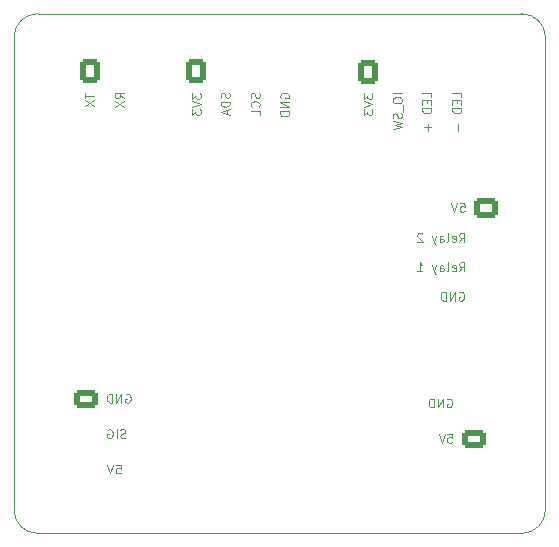
<source format=gbo>
G04 #@! TF.GenerationSoftware,KiCad,Pcbnew,(6.0.7)*
G04 #@! TF.CreationDate,2022-12-11T16:42:55+01:00*
G04 #@! TF.ProjectId,StartStop_PCB,53746172-7453-4746-9f70-5f5043422e6b,rev?*
G04 #@! TF.SameCoordinates,Original*
G04 #@! TF.FileFunction,Legend,Bot*
G04 #@! TF.FilePolarity,Positive*
%FSLAX46Y46*%
G04 Gerber Fmt 4.6, Leading zero omitted, Abs format (unit mm)*
G04 Created by KiCad (PCBNEW (6.0.7)) date 2022-12-11 16:42:55*
%MOMM*%
%LPD*%
G01*
G04 APERTURE LIST*
G04 Aperture macros list*
%AMRoundRect*
0 Rectangle with rounded corners*
0 $1 Rounding radius*
0 $2 $3 $4 $5 $6 $7 $8 $9 X,Y pos of 4 corners*
0 Add a 4 corners polygon primitive as box body*
4,1,4,$2,$3,$4,$5,$6,$7,$8,$9,$2,$3,0*
0 Add four circle primitives for the rounded corners*
1,1,$1+$1,$2,$3*
1,1,$1+$1,$4,$5*
1,1,$1+$1,$6,$7*
1,1,$1+$1,$8,$9*
0 Add four rect primitives between the rounded corners*
20,1,$1+$1,$2,$3,$4,$5,0*
20,1,$1+$1,$4,$5,$6,$7,0*
20,1,$1+$1,$6,$7,$8,$9,0*
20,1,$1+$1,$8,$9,$2,$3,0*%
G04 Aperture macros list end*
G04 #@! TA.AperFunction,Profile*
%ADD10C,0.100000*%
G04 #@! TD*
%ADD11C,0.100000*%
%ADD12RoundRect,0.250000X-0.600000X-0.750000X0.600000X-0.750000X0.600000X0.750000X-0.600000X0.750000X0*%
%ADD13O,1.700000X2.000000*%
%ADD14C,1.270000*%
%ADD15RoundRect,0.250001X-0.759999X0.499999X-0.759999X-0.499999X0.759999X-0.499999X0.759999X0.499999X0*%
%ADD16O,2.020000X1.500000*%
%ADD17RoundRect,0.250000X-0.725000X0.600000X-0.725000X-0.600000X0.725000X-0.600000X0.725000X0.600000X0*%
%ADD18O,1.950000X1.700000*%
%ADD19C,1.955800*%
%ADD20RoundRect,0.250000X-0.600000X-0.725000X0.600000X-0.725000X0.600000X0.725000X-0.600000X0.725000X0*%
%ADD21O,1.700000X1.950000*%
%ADD22C,3.200000*%
%ADD23C,1.650000*%
%ADD24RoundRect,0.250001X0.759999X-0.499999X0.759999X0.499999X-0.759999X0.499999X-0.759999X-0.499999X0*%
G04 APERTURE END LIST*
D10*
X144000000Y-81000000D02*
G75*
G03*
X146000000Y-79000000I0J2000000D01*
G01*
X103000000Y-37000000D02*
G75*
G03*
X101000000Y-39000000I0J-2000000D01*
G01*
X146000000Y-79000000D02*
X146000000Y-39000000D01*
X144000000Y-37000000D02*
X103000000Y-37000000D01*
X101000000Y-39000000D02*
X101000000Y-79000000D01*
X146000000Y-39000000D02*
G75*
G03*
X144000000Y-37000000I-2000000J0D01*
G01*
X101000000Y-79000000D02*
G75*
G03*
X103000000Y-81000000I2000000J0D01*
G01*
X103000000Y-81000000D02*
X144000000Y-81000000D01*
D11*
X107031285Y-43726171D02*
X107031285Y-44154742D01*
X107781285Y-43940457D02*
X107031285Y-43940457D01*
X107031285Y-44333314D02*
X107781285Y-44833314D01*
X107031285Y-44833314D02*
X107781285Y-44333314D01*
X123577000Y-44132571D02*
X123541285Y-44061142D01*
X123541285Y-43954000D01*
X123577000Y-43846857D01*
X123648428Y-43775428D01*
X123719857Y-43739714D01*
X123862714Y-43704000D01*
X123969857Y-43704000D01*
X124112714Y-43739714D01*
X124184142Y-43775428D01*
X124255571Y-43846857D01*
X124291285Y-43954000D01*
X124291285Y-44025428D01*
X124255571Y-44132571D01*
X124219857Y-44168285D01*
X123969857Y-44168285D01*
X123969857Y-44025428D01*
X124291285Y-44489714D02*
X123541285Y-44489714D01*
X124291285Y-44918285D01*
X123541285Y-44918285D01*
X124291285Y-45275428D02*
X123541285Y-45275428D01*
X123541285Y-45454000D01*
X123577000Y-45561142D01*
X123648428Y-45632571D01*
X123719857Y-45668285D01*
X123862714Y-45704000D01*
X123969857Y-45704000D01*
X124112714Y-45668285D01*
X124184142Y-45632571D01*
X124255571Y-45561142D01*
X124291285Y-45454000D01*
X124291285Y-45275428D01*
X130602485Y-43724628D02*
X130602485Y-44188914D01*
X130888200Y-43938914D01*
X130888200Y-44046057D01*
X130923914Y-44117485D01*
X130959628Y-44153200D01*
X131031057Y-44188914D01*
X131209628Y-44188914D01*
X131281057Y-44153200D01*
X131316771Y-44117485D01*
X131352485Y-44046057D01*
X131352485Y-43831771D01*
X131316771Y-43760342D01*
X131281057Y-43724628D01*
X130602485Y-44403200D02*
X131352485Y-44653200D01*
X130602485Y-44903200D01*
X130602485Y-45081771D02*
X130602485Y-45546057D01*
X130888200Y-45296057D01*
X130888200Y-45403200D01*
X130923914Y-45474628D01*
X130959628Y-45510342D01*
X131031057Y-45546057D01*
X131209628Y-45546057D01*
X131281057Y-45510342D01*
X131316771Y-45474628D01*
X131352485Y-45403200D01*
X131352485Y-45188914D01*
X131316771Y-45117485D01*
X131281057Y-45081771D01*
X109667657Y-75179685D02*
X110024800Y-75179685D01*
X110060514Y-75536828D01*
X110024800Y-75501114D01*
X109953371Y-75465400D01*
X109774800Y-75465400D01*
X109703371Y-75501114D01*
X109667657Y-75536828D01*
X109631942Y-75608257D01*
X109631942Y-75786828D01*
X109667657Y-75858257D01*
X109703371Y-75893971D01*
X109774800Y-75929685D01*
X109953371Y-75929685D01*
X110024800Y-75893971D01*
X110060514Y-75858257D01*
X109417657Y-75179685D02*
X109167657Y-75929685D01*
X108917657Y-75179685D01*
X119226371Y-43691685D02*
X119262085Y-43798828D01*
X119262085Y-43977400D01*
X119226371Y-44048828D01*
X119190657Y-44084542D01*
X119119228Y-44120257D01*
X119047800Y-44120257D01*
X118976371Y-44084542D01*
X118940657Y-44048828D01*
X118904942Y-43977400D01*
X118869228Y-43834542D01*
X118833514Y-43763114D01*
X118797800Y-43727400D01*
X118726371Y-43691685D01*
X118654942Y-43691685D01*
X118583514Y-43727400D01*
X118547800Y-43763114D01*
X118512085Y-43834542D01*
X118512085Y-44013114D01*
X118547800Y-44120257D01*
X119262085Y-44441685D02*
X118512085Y-44441685D01*
X118512085Y-44620257D01*
X118547800Y-44727400D01*
X118619228Y-44798828D01*
X118690657Y-44834542D01*
X118833514Y-44870257D01*
X118940657Y-44870257D01*
X119083514Y-44834542D01*
X119154942Y-44798828D01*
X119226371Y-44727400D01*
X119262085Y-44620257D01*
X119262085Y-44441685D01*
X119047800Y-45155971D02*
X119047800Y-45513114D01*
X119262085Y-45084542D02*
X118512085Y-45334542D01*
X119262085Y-45584542D01*
X110321285Y-44172600D02*
X109964142Y-43922600D01*
X110321285Y-43744028D02*
X109571285Y-43744028D01*
X109571285Y-44029742D01*
X109607000Y-44101171D01*
X109642714Y-44136885D01*
X109714142Y-44172600D01*
X109821285Y-44172600D01*
X109892714Y-44136885D01*
X109928428Y-44101171D01*
X109964142Y-44029742D01*
X109964142Y-43744028D01*
X109571285Y-44422600D02*
X110321285Y-44922600D01*
X109571285Y-44922600D02*
X110321285Y-44422600D01*
X138713571Y-56320885D02*
X138963571Y-55963742D01*
X139142142Y-56320885D02*
X139142142Y-55570885D01*
X138856428Y-55570885D01*
X138785000Y-55606600D01*
X138749285Y-55642314D01*
X138713571Y-55713742D01*
X138713571Y-55820885D01*
X138749285Y-55892314D01*
X138785000Y-55928028D01*
X138856428Y-55963742D01*
X139142142Y-55963742D01*
X138106428Y-56285171D02*
X138177857Y-56320885D01*
X138320714Y-56320885D01*
X138392142Y-56285171D01*
X138427857Y-56213742D01*
X138427857Y-55928028D01*
X138392142Y-55856600D01*
X138320714Y-55820885D01*
X138177857Y-55820885D01*
X138106428Y-55856600D01*
X138070714Y-55928028D01*
X138070714Y-55999457D01*
X138427857Y-56070885D01*
X137642142Y-56320885D02*
X137713571Y-56285171D01*
X137749285Y-56213742D01*
X137749285Y-55570885D01*
X137035000Y-56320885D02*
X137035000Y-55928028D01*
X137070714Y-55856600D01*
X137142142Y-55820885D01*
X137285000Y-55820885D01*
X137356428Y-55856600D01*
X137035000Y-56285171D02*
X137106428Y-56320885D01*
X137285000Y-56320885D01*
X137356428Y-56285171D01*
X137392142Y-56213742D01*
X137392142Y-56142314D01*
X137356428Y-56070885D01*
X137285000Y-56035171D01*
X137106428Y-56035171D01*
X137035000Y-55999457D01*
X136749285Y-55820885D02*
X136570714Y-56320885D01*
X136392142Y-55820885D02*
X136570714Y-56320885D01*
X136642142Y-56499457D01*
X136677857Y-56535171D01*
X136749285Y-56570885D01*
X135570714Y-55642314D02*
X135535000Y-55606600D01*
X135463571Y-55570885D01*
X135285000Y-55570885D01*
X135213571Y-55606600D01*
X135177857Y-55642314D01*
X135142142Y-55713742D01*
X135142142Y-55785171D01*
X135177857Y-55892314D01*
X135606428Y-56320885D01*
X135142142Y-56320885D01*
X110451828Y-69221000D02*
X110523257Y-69185285D01*
X110630400Y-69185285D01*
X110737542Y-69221000D01*
X110808971Y-69292428D01*
X110844685Y-69363857D01*
X110880400Y-69506714D01*
X110880400Y-69613857D01*
X110844685Y-69756714D01*
X110808971Y-69828142D01*
X110737542Y-69899571D01*
X110630400Y-69935285D01*
X110558971Y-69935285D01*
X110451828Y-69899571D01*
X110416114Y-69863857D01*
X110416114Y-69613857D01*
X110558971Y-69613857D01*
X110094685Y-69935285D02*
X110094685Y-69185285D01*
X109666114Y-69935285D01*
X109666114Y-69185285D01*
X109308971Y-69935285D02*
X109308971Y-69185285D01*
X109130400Y-69185285D01*
X109023257Y-69221000D01*
X108951828Y-69292428D01*
X108916114Y-69363857D01*
X108880400Y-69506714D01*
X108880400Y-69613857D01*
X108916114Y-69756714D01*
X108951828Y-69828142D01*
X109023257Y-69899571D01*
X109130400Y-69935285D01*
X109308971Y-69935285D01*
X133841685Y-43747714D02*
X133091685Y-43747714D01*
X133091685Y-44247714D02*
X133091685Y-44390571D01*
X133127400Y-44462000D01*
X133198828Y-44533428D01*
X133341685Y-44569142D01*
X133591685Y-44569142D01*
X133734542Y-44533428D01*
X133805971Y-44462000D01*
X133841685Y-44390571D01*
X133841685Y-44247714D01*
X133805971Y-44176285D01*
X133734542Y-44104857D01*
X133591685Y-44069142D01*
X133341685Y-44069142D01*
X133198828Y-44104857D01*
X133127400Y-44176285D01*
X133091685Y-44247714D01*
X133913114Y-44712000D02*
X133913114Y-45283428D01*
X133805971Y-45426285D02*
X133841685Y-45533428D01*
X133841685Y-45712000D01*
X133805971Y-45783428D01*
X133770257Y-45819142D01*
X133698828Y-45854857D01*
X133627400Y-45854857D01*
X133555971Y-45819142D01*
X133520257Y-45783428D01*
X133484542Y-45712000D01*
X133448828Y-45569142D01*
X133413114Y-45497714D01*
X133377400Y-45462000D01*
X133305971Y-45426285D01*
X133234542Y-45426285D01*
X133163114Y-45462000D01*
X133127400Y-45497714D01*
X133091685Y-45569142D01*
X133091685Y-45747714D01*
X133127400Y-45854857D01*
X133091685Y-46104857D02*
X133841685Y-46283428D01*
X133305971Y-46426285D01*
X133841685Y-46569142D01*
X133091685Y-46747714D01*
X116073685Y-43724628D02*
X116073685Y-44188914D01*
X116359400Y-43938914D01*
X116359400Y-44046057D01*
X116395114Y-44117485D01*
X116430828Y-44153200D01*
X116502257Y-44188914D01*
X116680828Y-44188914D01*
X116752257Y-44153200D01*
X116787971Y-44117485D01*
X116823685Y-44046057D01*
X116823685Y-43831771D01*
X116787971Y-43760342D01*
X116752257Y-43724628D01*
X116073685Y-44403200D02*
X116823685Y-44653200D01*
X116073685Y-44903200D01*
X116073685Y-45081771D02*
X116073685Y-45546057D01*
X116359400Y-45296057D01*
X116359400Y-45403200D01*
X116395114Y-45474628D01*
X116430828Y-45510342D01*
X116502257Y-45546057D01*
X116680828Y-45546057D01*
X116752257Y-45510342D01*
X116787971Y-45474628D01*
X116823685Y-45403200D01*
X116823685Y-45188914D01*
X116787971Y-45117485D01*
X116752257Y-45081771D01*
X138870885Y-44081457D02*
X138870885Y-43724314D01*
X138120885Y-43724314D01*
X138478028Y-44331457D02*
X138478028Y-44581457D01*
X138870885Y-44688600D02*
X138870885Y-44331457D01*
X138120885Y-44331457D01*
X138120885Y-44688600D01*
X138870885Y-45010028D02*
X138120885Y-45010028D01*
X138120885Y-45188600D01*
X138156600Y-45295742D01*
X138228028Y-45367171D01*
X138299457Y-45402885D01*
X138442314Y-45438600D01*
X138549457Y-45438600D01*
X138692314Y-45402885D01*
X138763742Y-45367171D01*
X138835171Y-45295742D01*
X138870885Y-45188600D01*
X138870885Y-45010028D01*
X138585171Y-46331457D02*
X138585171Y-46902885D01*
X136330885Y-44081457D02*
X136330885Y-43724314D01*
X135580885Y-43724314D01*
X135938028Y-44331457D02*
X135938028Y-44581457D01*
X136330885Y-44688600D02*
X136330885Y-44331457D01*
X135580885Y-44331457D01*
X135580885Y-44688600D01*
X136330885Y-45010028D02*
X135580885Y-45010028D01*
X135580885Y-45188600D01*
X135616600Y-45295742D01*
X135688028Y-45367171D01*
X135759457Y-45402885D01*
X135902314Y-45438600D01*
X136009457Y-45438600D01*
X136152314Y-45402885D01*
X136223742Y-45367171D01*
X136295171Y-45295742D01*
X136330885Y-45188600D01*
X136330885Y-45010028D01*
X136045171Y-46331457D02*
X136045171Y-46902885D01*
X136330885Y-46617171D02*
X135759457Y-46617171D01*
X137680628Y-69627400D02*
X137752057Y-69591685D01*
X137859200Y-69591685D01*
X137966342Y-69627400D01*
X138037771Y-69698828D01*
X138073485Y-69770257D01*
X138109200Y-69913114D01*
X138109200Y-70020257D01*
X138073485Y-70163114D01*
X138037771Y-70234542D01*
X137966342Y-70305971D01*
X137859200Y-70341685D01*
X137787771Y-70341685D01*
X137680628Y-70305971D01*
X137644914Y-70270257D01*
X137644914Y-70020257D01*
X137787771Y-70020257D01*
X137323485Y-70341685D02*
X137323485Y-69591685D01*
X136894914Y-70341685D01*
X136894914Y-69591685D01*
X136537771Y-70341685D02*
X136537771Y-69591685D01*
X136359200Y-69591685D01*
X136252057Y-69627400D01*
X136180628Y-69698828D01*
X136144914Y-69770257D01*
X136109200Y-69913114D01*
X136109200Y-70020257D01*
X136144914Y-70163114D01*
X136180628Y-70234542D01*
X136252057Y-70305971D01*
X136359200Y-70341685D01*
X136537771Y-70341685D01*
X138713571Y-58810085D02*
X138963571Y-58452942D01*
X139142142Y-58810085D02*
X139142142Y-58060085D01*
X138856428Y-58060085D01*
X138785000Y-58095800D01*
X138749285Y-58131514D01*
X138713571Y-58202942D01*
X138713571Y-58310085D01*
X138749285Y-58381514D01*
X138785000Y-58417228D01*
X138856428Y-58452942D01*
X139142142Y-58452942D01*
X138106428Y-58774371D02*
X138177857Y-58810085D01*
X138320714Y-58810085D01*
X138392142Y-58774371D01*
X138427857Y-58702942D01*
X138427857Y-58417228D01*
X138392142Y-58345800D01*
X138320714Y-58310085D01*
X138177857Y-58310085D01*
X138106428Y-58345800D01*
X138070714Y-58417228D01*
X138070714Y-58488657D01*
X138427857Y-58560085D01*
X137642142Y-58810085D02*
X137713571Y-58774371D01*
X137749285Y-58702942D01*
X137749285Y-58060085D01*
X137035000Y-58810085D02*
X137035000Y-58417228D01*
X137070714Y-58345800D01*
X137142142Y-58310085D01*
X137285000Y-58310085D01*
X137356428Y-58345800D01*
X137035000Y-58774371D02*
X137106428Y-58810085D01*
X137285000Y-58810085D01*
X137356428Y-58774371D01*
X137392142Y-58702942D01*
X137392142Y-58631514D01*
X137356428Y-58560085D01*
X137285000Y-58524371D01*
X137106428Y-58524371D01*
X137035000Y-58488657D01*
X136749285Y-58310085D02*
X136570714Y-58810085D01*
X136392142Y-58310085D02*
X136570714Y-58810085D01*
X136642142Y-58988657D01*
X136677857Y-59024371D01*
X136749285Y-59060085D01*
X135142142Y-58810085D02*
X135570714Y-58810085D01*
X135356428Y-58810085D02*
X135356428Y-58060085D01*
X135427857Y-58167228D01*
X135499285Y-58238657D01*
X135570714Y-58274371D01*
X138696628Y-60585000D02*
X138768057Y-60549285D01*
X138875200Y-60549285D01*
X138982342Y-60585000D01*
X139053771Y-60656428D01*
X139089485Y-60727857D01*
X139125200Y-60870714D01*
X139125200Y-60977857D01*
X139089485Y-61120714D01*
X139053771Y-61192142D01*
X138982342Y-61263571D01*
X138875200Y-61299285D01*
X138803771Y-61299285D01*
X138696628Y-61263571D01*
X138660914Y-61227857D01*
X138660914Y-60977857D01*
X138803771Y-60977857D01*
X138339485Y-61299285D02*
X138339485Y-60549285D01*
X137910914Y-61299285D01*
X137910914Y-60549285D01*
X137553771Y-61299285D02*
X137553771Y-60549285D01*
X137375200Y-60549285D01*
X137268057Y-60585000D01*
X137196628Y-60656428D01*
X137160914Y-60727857D01*
X137125200Y-60870714D01*
X137125200Y-60977857D01*
X137160914Y-61120714D01*
X137196628Y-61192142D01*
X137268057Y-61263571D01*
X137375200Y-61299285D01*
X137553771Y-61299285D01*
X138776057Y-53030885D02*
X139133200Y-53030885D01*
X139168914Y-53388028D01*
X139133200Y-53352314D01*
X139061771Y-53316600D01*
X138883200Y-53316600D01*
X138811771Y-53352314D01*
X138776057Y-53388028D01*
X138740342Y-53459457D01*
X138740342Y-53638028D01*
X138776057Y-53709457D01*
X138811771Y-53745171D01*
X138883200Y-53780885D01*
X139061771Y-53780885D01*
X139133200Y-53745171D01*
X139168914Y-53709457D01*
X138526057Y-53030885D02*
X138276057Y-53780885D01*
X138026057Y-53030885D01*
X110445057Y-72896771D02*
X110337914Y-72932485D01*
X110159342Y-72932485D01*
X110087914Y-72896771D01*
X110052200Y-72861057D01*
X110016485Y-72789628D01*
X110016485Y-72718200D01*
X110052200Y-72646771D01*
X110087914Y-72611057D01*
X110159342Y-72575342D01*
X110302200Y-72539628D01*
X110373628Y-72503914D01*
X110409342Y-72468200D01*
X110445057Y-72396771D01*
X110445057Y-72325342D01*
X110409342Y-72253914D01*
X110373628Y-72218200D01*
X110302200Y-72182485D01*
X110123628Y-72182485D01*
X110016485Y-72218200D01*
X109695057Y-72932485D02*
X109695057Y-72182485D01*
X108945057Y-72218200D02*
X109016485Y-72182485D01*
X109123628Y-72182485D01*
X109230771Y-72218200D01*
X109302200Y-72289628D01*
X109337914Y-72361057D01*
X109373628Y-72503914D01*
X109373628Y-72611057D01*
X109337914Y-72753914D01*
X109302200Y-72825342D01*
X109230771Y-72896771D01*
X109123628Y-72932485D01*
X109052200Y-72932485D01*
X108945057Y-72896771D01*
X108909342Y-72861057D01*
X108909342Y-72611057D01*
X109052200Y-72611057D01*
X121766371Y-43709542D02*
X121802085Y-43816685D01*
X121802085Y-43995257D01*
X121766371Y-44066685D01*
X121730657Y-44102400D01*
X121659228Y-44138114D01*
X121587800Y-44138114D01*
X121516371Y-44102400D01*
X121480657Y-44066685D01*
X121444942Y-43995257D01*
X121409228Y-43852400D01*
X121373514Y-43780971D01*
X121337800Y-43745257D01*
X121266371Y-43709542D01*
X121194942Y-43709542D01*
X121123514Y-43745257D01*
X121087800Y-43780971D01*
X121052085Y-43852400D01*
X121052085Y-44030971D01*
X121087800Y-44138114D01*
X121730657Y-44888114D02*
X121766371Y-44852400D01*
X121802085Y-44745257D01*
X121802085Y-44673828D01*
X121766371Y-44566685D01*
X121694942Y-44495257D01*
X121623514Y-44459542D01*
X121480657Y-44423828D01*
X121373514Y-44423828D01*
X121230657Y-44459542D01*
X121159228Y-44495257D01*
X121087800Y-44566685D01*
X121052085Y-44673828D01*
X121052085Y-44745257D01*
X121087800Y-44852400D01*
X121123514Y-44888114D01*
X121802085Y-45566685D02*
X121802085Y-45209542D01*
X121052085Y-45209542D01*
X137709257Y-72588885D02*
X138066400Y-72588885D01*
X138102114Y-72946028D01*
X138066400Y-72910314D01*
X137994971Y-72874600D01*
X137816400Y-72874600D01*
X137744971Y-72910314D01*
X137709257Y-72946028D01*
X137673542Y-73017457D01*
X137673542Y-73196028D01*
X137709257Y-73267457D01*
X137744971Y-73303171D01*
X137816400Y-73338885D01*
X137994971Y-73338885D01*
X138066400Y-73303171D01*
X138102114Y-73267457D01*
X137459257Y-72588885D02*
X137209257Y-73338885D01*
X136959257Y-72588885D01*
%LPC*%
D12*
X107436600Y-41893000D03*
D13*
X109936600Y-41893000D03*
D14*
X109021000Y-78596000D03*
X109021000Y-66596000D03*
D15*
X107061000Y-69596000D03*
D16*
X107061000Y-72596000D03*
X107061000Y-75596000D03*
D17*
X140970000Y-53467000D03*
D18*
X140970000Y-55967000D03*
X140970000Y-58467000D03*
X140970000Y-60967000D03*
D19*
X105535191Y-48185000D03*
X108075191Y-48185000D03*
X110615191Y-48185000D03*
X113155191Y-48185000D03*
X115695191Y-48185000D03*
X118235191Y-48185000D03*
X120775191Y-48185000D03*
X123315191Y-48185000D03*
X125855191Y-48185000D03*
X125855191Y-63425000D03*
X123315191Y-63425000D03*
X120775191Y-63425000D03*
X118235191Y-63425000D03*
X115695191Y-63425000D03*
X113155191Y-63425000D03*
X110615191Y-63425000D03*
X108075191Y-63425000D03*
X105535191Y-63425000D03*
D20*
X116448200Y-41884600D03*
D21*
X118948200Y-41884600D03*
X121448200Y-41884600D03*
X123948200Y-41884600D03*
D22*
X117500000Y-55500000D03*
D20*
X130997000Y-41923000D03*
D21*
X133497000Y-41923000D03*
X135997000Y-41923000D03*
X138497000Y-41923000D03*
D23*
X113323000Y-67576600D03*
X113323000Y-72276600D03*
X124823000Y-72276600D03*
X131823000Y-72276600D03*
D14*
X137960000Y-76001000D03*
X137960000Y-67001000D03*
D24*
X139920000Y-73001000D03*
D16*
X139920000Y-70001000D03*
M02*

</source>
